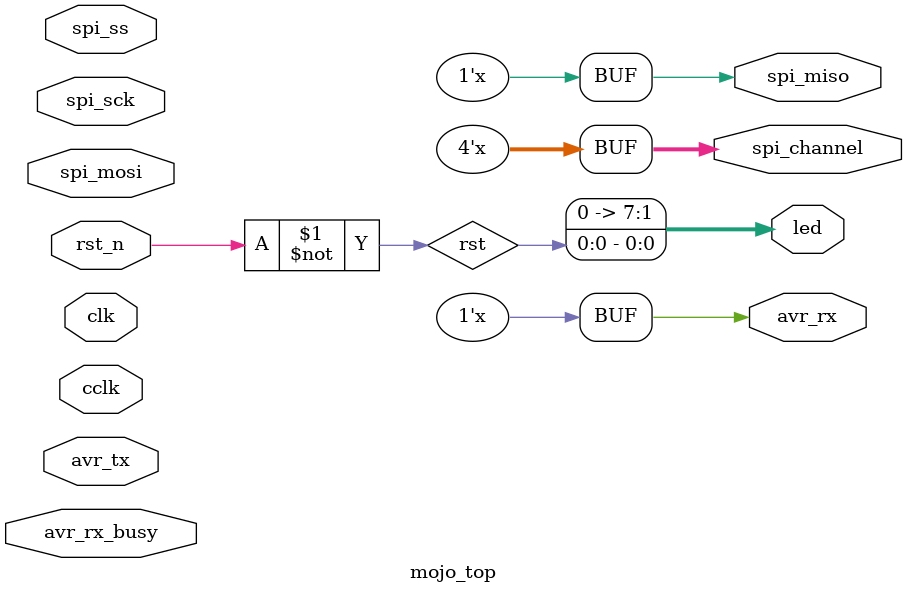
<source format=v>
module mojo_top(
    // 50MHz clock input
    input clk,
    // Input from reset button (active low)
    input rst_n,
    // cclk input from AVR, high when AVR is ready
    input cclk,
    // Outputs to the 8 onboard LEDs
    output reg [7:0] led,
    // AVR SPI connections
    output spi_miso,
    input spi_ss,
    input spi_mosi,
    input spi_sck,
    // AVR ADC channel select
    output [3:0] spi_channel,
    // Serial connections
    input avr_tx, // AVR Tx => FPGA Rx
    output avr_rx, // AVR Rx => FPGA Tx
    input avr_rx_busy // AVR Rx buffer full
    );

wire rst = ~rst_n; // make reset active high

always @(*) begin
  led[7:1] <= 7'h0;
  led[0] <= rst;
end

// these signals should be high-z when not used
assign spi_miso = 1'bz;
assign avr_rx = 1'bz;
assign spi_channel = 4'bzzzz;

endmodule
</source>
